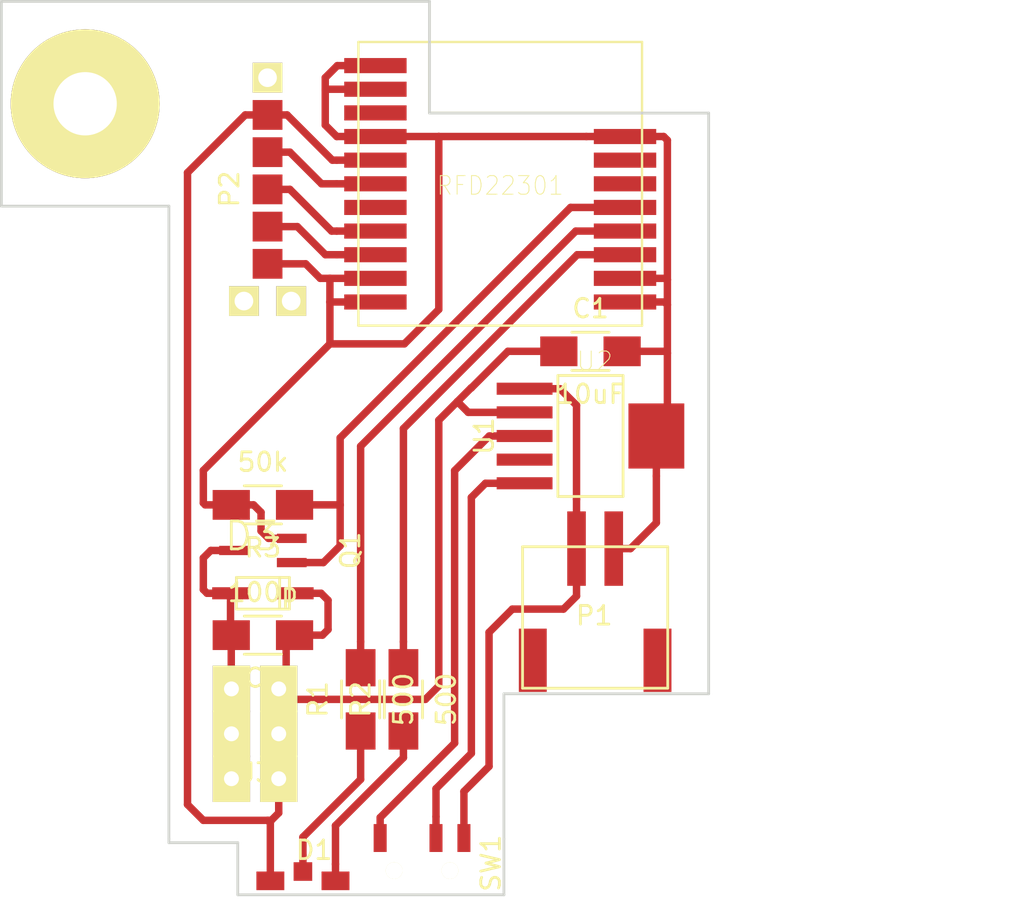
<source format=kicad_pcb>
(kicad_pcb (version 4) (host pcbnew 4.0.1-stable)

  (general
    (links 41)
    (no_connects 1)
    (area 128.474999 99.424999 166.625001 147.575001)
    (thickness 1.6)
    (drawings 29)
    (tracks 156)
    (zones 0)
    (modules 15)
    (nets 19)
  )

  (page A4)
  (layers
    (0 F.Cu signal)
    (31 B.Cu signal)
    (32 B.Adhes user)
    (33 F.Adhes user)
    (34 B.Paste user)
    (35 F.Paste user)
    (36 B.SilkS user)
    (37 F.SilkS user)
    (38 B.Mask user)
    (39 F.Mask user)
    (40 Dwgs.User user)
    (41 Cmts.User user)
    (42 Eco1.User user)
    (43 Eco2.User user)
    (44 Edge.Cuts user)
    (45 Margin user)
    (46 B.CrtYd user)
    (47 F.CrtYd user)
    (48 B.Fab user)
    (49 F.Fab user)
  )

  (setup
    (last_trace_width 0.4)
    (trace_clearance 0.4)
    (zone_clearance 0.508)
    (zone_45_only no)
    (trace_min 0.4)
    (segment_width 0.2)
    (edge_width 0.15)
    (via_size 0.6)
    (via_drill 0.4)
    (via_min_size 0.4)
    (via_min_drill 0.3)
    (uvia_size 0.3)
    (uvia_drill 0.1)
    (uvias_allowed no)
    (uvia_min_size 0.2)
    (uvia_min_drill 0.1)
    (pcb_text_width 0.3)
    (pcb_text_size 1.5 1.5)
    (mod_edge_width 0.15)
    (mod_text_size 1 1)
    (mod_text_width 0.15)
    (pad_size 1.524 1.524)
    (pad_drill 0.762)
    (pad_to_mask_clearance 0.2)
    (aux_axis_origin 128.55 147.5)
    (grid_origin 128.55 147.5)
    (visible_elements 7FFFFF7F)
    (pcbplotparams
      (layerselection 0x01000_00000001)
      (usegerberextensions true)
      (excludeedgelayer true)
      (linewidth 0.100000)
      (plotframeref false)
      (viasonmask true)
      (mode 1)
      (useauxorigin true)
      (hpglpennumber 1)
      (hpglpenspeed 20)
      (hpglpendiameter 15)
      (hpglpenoverlay 2)
      (psnegative false)
      (psa4output false)
      (plotreference false)
      (plotvalue false)
      (plotinvisibletext false)
      (padsonsilk false)
      (subtractmaskfromsilk false)
      (outputformat 1)
      (mirror false)
      (drillshape 0)
      (scaleselection 1)
      (outputdirectory Gerbers/))
  )

  (net 0 "")
  (net 1 VDD)
  (net 2 GND)
  (net 3 "Net-(C3-Pad2)")
  (net 4 motor)
  (net 5 "Net-(R1-Pad2)")
  (net 6 "Net-(R2-Pad2)")
  (net 7 "Net-(SW1-Pad2)")
  (net 8 "Net-(U2-PadP$6)")
  (net 9 "Net-(U2-PadP$7)")
  (net 10 "Net-(U2-PadP$11)")
  (net 11 "Net-(U2-PadP$15)")
  (net 12 "Net-(P2-Pad3)")
  (net 13 "Net-(P2-Pad4)")
  (net 14 "Net-(U1-Pad4)")
  (net 15 "Net-(P1-Pad1)")
  (net 16 "Net-(D1-Pad3)")
  (net 17 "Net-(D1-Pad2)")
  (net 18 "Net-(P2-Pad2)")

  (net_class Default "This is the default net class."
    (clearance 0.4)
    (trace_width 0.4)
    (via_dia 0.6)
    (via_drill 0.4)
    (uvia_dia 0.3)
    (uvia_drill 0.1)
    (add_net GND)
    (add_net "Net-(C3-Pad2)")
    (add_net "Net-(D1-Pad2)")
    (add_net "Net-(D1-Pad3)")
    (add_net "Net-(P1-Pad1)")
    (add_net "Net-(P2-Pad2)")
    (add_net "Net-(P2-Pad3)")
    (add_net "Net-(P2-Pad4)")
    (add_net "Net-(R1-Pad2)")
    (add_net "Net-(R2-Pad2)")
    (add_net "Net-(SW1-Pad2)")
    (add_net "Net-(U1-Pad4)")
    (add_net "Net-(U2-PadP$11)")
    (add_net "Net-(U2-PadP$15)")
    (add_net "Net-(U2-PadP$6)")
    (add_net "Net-(U2-PadP$7)")
    (add_net VDD)
    (add_net motor)
  )

  (module FabLibrary:C_1206_HandSoldering_IainEdit (layer F.Cu) (tedit 54FE01C7) (tstamp 56CB210D)
    (at 160.2 118.3)
    (descr "Capacitor SMD 1206, hand soldering")
    (tags "capacitor 1206")
    (path /56C75880)
    (attr smd)
    (fp_text reference C1 (at 0 -2.3) (layer F.SilkS)
      (effects (font (size 1 1) (thickness 0.15)))
    )
    (fp_text value 10uF (at 0 2.3) (layer F.SilkS)
      (effects (font (size 1 1) (thickness 0.15)))
    )
    (fp_line (start -3.3 -1.15) (end 3.3 -1.15) (layer F.CrtYd) (width 0.05))
    (fp_line (start -3.3 1.15) (end 3.3 1.15) (layer F.CrtYd) (width 0.05))
    (fp_line (start -3.3 -1.15) (end -3.3 1.15) (layer F.CrtYd) (width 0.05))
    (fp_line (start 3.3 -1.15) (end 3.3 1.15) (layer F.CrtYd) (width 0.05))
    (fp_line (start 1 -1.025) (end -1 -1.025) (layer F.SilkS) (width 0.15))
    (fp_line (start -1 1.025) (end 1 1.025) (layer F.SilkS) (width 0.15))
    (pad 1 smd rect (at -1.7 0) (size 2 1.6) (layers F.Cu F.Paste F.Mask)
      (net 1 VDD))
    (pad 2 smd rect (at 1.7 0) (size 2 1.6) (layers F.Cu F.Paste F.Mask)
      (net 2 GND))
    (model Capacitors_SMD/C_1206_HandSoldering.wrl
      (at (xyz 0 0 0))
      (scale (xyz 1 1 1))
      (rotate (xyz 0 0 0))
    )
  )

  (module FabLibrary:C_1206_HandSoldering_IainEdit (layer F.Cu) (tedit 54FE01C7) (tstamp 56CB2119)
    (at 142.6 133.55 180)
    (descr "Capacitor SMD 1206, hand soldering")
    (tags "capacitor 1206")
    (path /56C747A6)
    (attr smd)
    (fp_text reference C3 (at 0 -2.3 180) (layer F.SilkS)
      (effects (font (size 1 1) (thickness 0.15)))
    )
    (fp_text value 100p (at 0 2.3 180) (layer F.SilkS)
      (effects (font (size 1 1) (thickness 0.15)))
    )
    (fp_line (start -3.3 -1.15) (end 3.3 -1.15) (layer F.CrtYd) (width 0.05))
    (fp_line (start -3.3 1.15) (end 3.3 1.15) (layer F.CrtYd) (width 0.05))
    (fp_line (start -3.3 -1.15) (end -3.3 1.15) (layer F.CrtYd) (width 0.05))
    (fp_line (start 3.3 -1.15) (end 3.3 1.15) (layer F.CrtYd) (width 0.05))
    (fp_line (start 1 -1.025) (end -1 -1.025) (layer F.SilkS) (width 0.15))
    (fp_line (start -1 1.025) (end 1 1.025) (layer F.SilkS) (width 0.15))
    (pad 1 smd rect (at -1.7 0 180) (size 2 1.6) (layers F.Cu F.Paste F.Mask)
      (net 1 VDD))
    (pad 2 smd rect (at 1.7 0 180) (size 2 1.6) (layers F.Cu F.Paste F.Mask)
      (net 3 "Net-(C3-Pad2)"))
    (model Capacitors_SMD/C_1206_HandSoldering.wrl
      (at (xyz 0 0 0))
      (scale (xyz 1 1 1))
      (rotate (xyz 0 0 0))
    )
  )

  (module IainPersonalLibrary:SOD-123_a (layer F.Cu) (tedit 56CB154F) (tstamp 56CB212B)
    (at 142.6 131.3 180)
    (path /56CB058B)
    (fp_text reference D3 (at 0.59 3.07 180) (layer F.SilkS)
      (effects (font (size 1.5 1.5) (thickness 0.15)))
    )
    (fp_text value D_Schottky_Small (at 0 -3.58 180) (layer F.Fab) hide
      (effects (font (size 1.5 1.5) (thickness 0.15)))
    )
    (fp_line (start -0.9 -0.85) (end -0.9 0.85) (layer F.SilkS) (width 0.15))
    (fp_line (start 1.425 -0.85) (end 1.425 0.85) (layer F.SilkS) (width 0.15))
    (fp_line (start -1.425 -0.85) (end -1.425 0.85) (layer F.SilkS) (width 0.15))
    (fp_line (start -1.425 0.85) (end 1.425 0.85) (layer F.SilkS) (width 0.15))
    (fp_line (start -1.425 -0.85) (end 1.425 -0.85) (layer F.SilkS) (width 0.15))
    (pad 2 smd rect (at 1.74 0 180) (size 1.97 0.65) (layers F.Cu F.Paste F.Mask)
      (net 3 "Net-(C3-Pad2)"))
    (pad 1 smd rect (at -1.74 0 180) (size 1.97 0.65) (layers F.Cu F.Paste F.Mask)
      (net 1 VDD))
  )

  (module IainPersonalLibrary:MCPH3_SOT-323 (layer F.Cu) (tedit 56C1FBA0) (tstamp 56CB2148)
    (at 142.6 129 90)
    (path /56C747A4)
    (fp_text reference Q1 (at 0 4.7 90) (layer F.SilkS)
      (effects (font (size 1 1) (thickness 0.15)))
    )
    (fp_text value MOSFET_N (at 0 -5.9 90) (layer F.Fab) hide
      (effects (font (size 1 1) (thickness 0.15)))
    )
    (pad D smd rect (at 0 -1.55 90) (size 0.5 1.6) (layers F.Cu F.Paste F.Mask)
      (net 3 "Net-(C3-Pad2)"))
    (pad G smd rect (at -0.65 1.55 90) (size 0.5 1.6) (layers F.Cu F.Paste F.Mask)
      (net 4 motor))
    (pad S smd rect (at 0.65 1.55 90) (size 0.5 1.6) (layers F.Cu F.Paste F.Mask)
      (net 2 GND))
  )

  (module FabLibrary:C_1206_HandSoldering_IainEdit (layer F.Cu) (tedit 54FE01C7) (tstamp 56CB214E)
    (at 147.85 137 90)
    (descr "Capacitor SMD 1206, hand soldering")
    (tags "capacitor 1206")
    (path /56CB0CC9)
    (attr smd)
    (fp_text reference R1 (at 0 -2.3 90) (layer F.SilkS)
      (effects (font (size 1 1) (thickness 0.15)))
    )
    (fp_text value 500 (at 0 2.3 90) (layer F.SilkS)
      (effects (font (size 1 1) (thickness 0.15)))
    )
    (fp_line (start -3.3 -1.15) (end 3.3 -1.15) (layer F.CrtYd) (width 0.05))
    (fp_line (start -3.3 1.15) (end 3.3 1.15) (layer F.CrtYd) (width 0.05))
    (fp_line (start -3.3 -1.15) (end -3.3 1.15) (layer F.CrtYd) (width 0.05))
    (fp_line (start 3.3 -1.15) (end 3.3 1.15) (layer F.CrtYd) (width 0.05))
    (fp_line (start 1 -1.025) (end -1 -1.025) (layer F.SilkS) (width 0.15))
    (fp_line (start -1 1.025) (end 1 1.025) (layer F.SilkS) (width 0.15))
    (pad 1 smd rect (at -1.7 0 90) (size 2 1.6) (layers F.Cu F.Paste F.Mask)
      (net 17 "Net-(D1-Pad2)"))
    (pad 2 smd rect (at 1.7 0 90) (size 2 1.6) (layers F.Cu F.Paste F.Mask)
      (net 5 "Net-(R1-Pad2)"))
    (model Capacitors_SMD/C_1206_HandSoldering.wrl
      (at (xyz 0 0 0))
      (scale (xyz 1 1 1))
      (rotate (xyz 0 0 0))
    )
  )

  (module FabLibrary:C_1206_HandSoldering_IainEdit (layer F.Cu) (tedit 54FE01C7) (tstamp 56CB2154)
    (at 150.15 137 90)
    (descr "Capacitor SMD 1206, hand soldering")
    (tags "capacitor 1206")
    (path /56CB0C84)
    (attr smd)
    (fp_text reference R2 (at 0 -2.3 90) (layer F.SilkS)
      (effects (font (size 1 1) (thickness 0.15)))
    )
    (fp_text value 500 (at 0 2.3 90) (layer F.SilkS)
      (effects (font (size 1 1) (thickness 0.15)))
    )
    (fp_line (start -3.3 -1.15) (end 3.3 -1.15) (layer F.CrtYd) (width 0.05))
    (fp_line (start -3.3 1.15) (end 3.3 1.15) (layer F.CrtYd) (width 0.05))
    (fp_line (start -3.3 -1.15) (end -3.3 1.15) (layer F.CrtYd) (width 0.05))
    (fp_line (start 3.3 -1.15) (end 3.3 1.15) (layer F.CrtYd) (width 0.05))
    (fp_line (start 1 -1.025) (end -1 -1.025) (layer F.SilkS) (width 0.15))
    (fp_line (start -1 1.025) (end 1 1.025) (layer F.SilkS) (width 0.15))
    (pad 1 smd rect (at -1.7 0 90) (size 2 1.6) (layers F.Cu F.Paste F.Mask)
      (net 16 "Net-(D1-Pad3)"))
    (pad 2 smd rect (at 1.7 0 90) (size 2 1.6) (layers F.Cu F.Paste F.Mask)
      (net 6 "Net-(R2-Pad2)"))
    (model Capacitors_SMD/C_1206_HandSoldering.wrl
      (at (xyz 0 0 0))
      (scale (xyz 1 1 1))
      (rotate (xyz 0 0 0))
    )
  )

  (module FabLibrary:C_1206_HandSoldering_IainEdit (layer F.Cu) (tedit 54FE01C7) (tstamp 56CB215A)
    (at 142.6 126.55 180)
    (descr "Capacitor SMD 1206, hand soldering")
    (tags "capacitor 1206")
    (path /56C747A5)
    (attr smd)
    (fp_text reference R3 (at 0 -2.3 180) (layer F.SilkS)
      (effects (font (size 1 1) (thickness 0.15)))
    )
    (fp_text value 50k (at 0 2.3 180) (layer F.SilkS)
      (effects (font (size 1 1) (thickness 0.15)))
    )
    (fp_line (start -3.3 -1.15) (end 3.3 -1.15) (layer F.CrtYd) (width 0.05))
    (fp_line (start -3.3 1.15) (end 3.3 1.15) (layer F.CrtYd) (width 0.05))
    (fp_line (start -3.3 -1.15) (end -3.3 1.15) (layer F.CrtYd) (width 0.05))
    (fp_line (start 3.3 -1.15) (end 3.3 1.15) (layer F.CrtYd) (width 0.05))
    (fp_line (start 1 -1.025) (end -1 -1.025) (layer F.SilkS) (width 0.15))
    (fp_line (start -1 1.025) (end 1 1.025) (layer F.SilkS) (width 0.15))
    (pad 1 smd rect (at -1.7 0 180) (size 2 1.6) (layers F.Cu F.Paste F.Mask)
      (net 4 motor))
    (pad 2 smd rect (at 1.7 0 180) (size 2 1.6) (layers F.Cu F.Paste F.Mask)
      (net 2 GND))
    (model Capacitors_SMD/C_1206_HandSoldering.wrl
      (at (xyz 0 0 0))
      (scale (xyz 1 1 1))
      (rotate (xyz 0 0 0))
    )
  )

  (module IainPersonalLibrary:RFD22301_RFDuino (layer F.Cu) (tedit 56D4A76B) (tstamp 56CB2186)
    (at 155.35 109.3 180)
    (path /56C7608E)
    (solder_mask_margin 0.1)
    (attr smd)
    (fp_text reference U2 (at -5.08 -9.525 180) (layer F.SilkS)
      (effects (font (size 1 1) (thickness 0.05)))
    )
    (fp_text value RFD22301 (at 0 -0.1 180) (layer F.SilkS)
      (effects (font (size 1 0.9) (thickness 0.05)))
    )
    (fp_text user "NO COPPER" (at -1.7526 5.715 180) (layer Cmts.User)
      (effects (font (size 1 1) (thickness 0.15)))
    )
    (fp_line (start -7.62 -7.62) (end 7.62 -7.62) (layer F.SilkS) (width 0.127))
    (fp_line (start 7.62 -7.62) (end 7.62 7.62) (layer F.SilkS) (width 0.127))
    (fp_line (start 7.62 7.62) (end 3.81 7.62) (layer F.SilkS) (width 0.127))
    (fp_line (start 3.81 7.62) (end -7.62 7.62) (layer F.SilkS) (width 0.127))
    (fp_line (start -7.62 7.62) (end -7.62 3.81) (layer F.SilkS) (width 0.127))
    (fp_line (start -7.62 3.81) (end -7.62 -7.62) (layer F.SilkS) (width 0.127))
    (fp_line (start -7.62 3.81) (end 3.81 3.81) (layer F.SilkS) (width 0.127))
    (fp_line (start 3.81 3.81) (end 3.81 7.62) (layer F.SilkS) (width 0.127))
    (pad P$1 smd rect (at -6.7056 -6.35 180) (size 3.3528 0.8128) (layers F.Cu F.Paste F.Mask)
      (net 2 GND) (solder_mask_margin 0.2))
    (pad P$2 smd rect (at -6.7056 -5.08 180) (size 3.3528 0.8128) (layers F.Cu F.Paste F.Mask)
      (net 2 GND) (solder_mask_margin 0.2))
    (pad P$3 smd rect (at -6.7056 -3.81 180) (size 3.3528 0.8128) (layers F.Cu F.Paste F.Mask)
      (net 6 "Net-(R2-Pad2)") (solder_mask_margin 0.2))
    (pad P$4 smd rect (at -6.7056 -2.54 180) (size 3.3528 0.8128) (layers F.Cu F.Paste F.Mask)
      (net 5 "Net-(R1-Pad2)") (solder_mask_margin 0.2))
    (pad P$5 smd rect (at -6.7056 -1.27 180) (size 3.3528 0.8128) (layers F.Cu F.Paste F.Mask)
      (net 4 motor) (solder_mask_margin 0.2))
    (pad P$6 smd rect (at -6.7056 0 180) (size 3.3528 0.8128) (layers F.Cu F.Paste F.Mask)
      (net 8 "Net-(U2-PadP$6)") (solder_mask_margin 0.2))
    (pad P$7 smd rect (at -6.7056 1.27 180) (size 3.3528 0.8128) (layers F.Cu F.Paste F.Mask)
      (net 9 "Net-(U2-PadP$7)") (solder_mask_margin 0.2))
    (pad P$8 smd rect (at -6.7056 2.54 180) (size 3.3528 0.8128) (layers F.Cu F.Paste F.Mask)
      (net 2 GND) (solder_mask_margin 0.2))
    (pad P$9 smd rect (at 6.7056 6.35 180) (size 3.3528 0.8128) (layers F.Cu F.Paste F.Mask)
      (net 2 GND) (solder_mask_margin 0.2))
    (pad P$10 smd rect (at 6.7056 5.08 180) (size 3.3528 0.8128) (layers F.Cu F.Paste F.Mask)
      (net 2 GND) (solder_mask_margin 0.2))
    (pad P$11 smd rect (at 6.7056 3.81 180) (size 3.3528 0.8128) (layers F.Cu F.Paste F.Mask)
      (net 10 "Net-(U2-PadP$11)") (solder_mask_margin 0.2))
    (pad P$12 smd rect (at 6.7056 2.54 180) (size 3.3528 0.8128) (layers F.Cu F.Paste F.Mask)
      (net 2 GND) (solder_mask_margin 0.2))
    (pad P$13 smd rect (at 6.7056 1.27 180) (size 3.3528 0.8128) (layers F.Cu F.Paste F.Mask)
      (net 1 VDD) (solder_mask_margin 0.2))
    (pad P$14 smd rect (at 6.7056 0 180) (size 3.3528 0.8128) (layers F.Cu F.Paste F.Mask)
      (net 18 "Net-(P2-Pad2)") (solder_mask_margin 0.2))
    (pad P$15 smd rect (at 6.7056 -1.27 180) (size 3.3528 0.8128) (layers F.Cu F.Paste F.Mask)
      (net 11 "Net-(U2-PadP$15)") (solder_mask_margin 0.2))
    (pad P$16 smd rect (at 6.7056 -2.54 180) (size 3.3528 0.8128) (layers F.Cu F.Paste F.Mask)
      (net 12 "Net-(P2-Pad3)") (solder_mask_margin 0.2))
    (pad P$17 smd rect (at 6.7056 -3.81 180) (size 3.3528 0.8128) (layers F.Cu F.Paste F.Mask)
      (net 13 "Net-(P2-Pad4)") (solder_mask_margin 0.2))
    (pad P$18 smd rect (at 6.7056 -5.08 180) (size 3.3528 0.8128) (layers F.Cu F.Paste F.Mask)
      (net 2 GND) (solder_mask_margin 0.2))
    (pad P$19 smd rect (at 6.7056 -6.35 180) (size 3.3528 0.8128) (layers F.Cu F.Paste F.Mask)
      (net 2 GND) (solder_mask_margin 0.2))
  )

  (module FabLibrary:M3_mount_hole (layer F.Cu) (tedit 5579CB64) (tstamp 56CB5C81)
    (at 133.05 105)
    (descr "Through hole socket strip")
    (tags "socket strip")
    (fp_text reference REF** (at 0.02794 5.55498) (layer F.SilkS) hide
      (effects (font (size 1 1) (thickness 0.15)))
    )
    (fp_text value MountHole (at -0.05588 -5.34162) (layer F.Fab) hide
      (effects (font (size 1 1) (thickness 0.15)))
    )
    (pad 1 thru_hole circle (at 0 0) (size 8 8) (drill 3.4) (layers *.Cu *.Mask F.SilkS))
    (model Socket_Strips.3dshapes/Socket_Strip_Straight_1x01.wrl
      (at (xyz 0 0 0))
      (scale (xyz 1 1 1))
      (rotate (xyz 0 0 180))
    )
  )

  (module IainPersonalLibrary:RFDuino_programming_header (layer F.Cu) (tedit 56CC96CE) (tstamp 56CB2141)
    (at 142.85 109.6 270)
    (path /56CB0CFA)
    (fp_text reference P2 (at -0.015 2.048 270) (layer F.SilkS)
      (effects (font (size 1 1) (thickness 0.15)))
    )
    (fp_text value CONN_01X05 (at 0 -7.75 270) (layer F.Fab) hide
      (effects (font (size 1 1) (thickness 0.15)))
    )
    (pad "" np_thru_hole rect (at 6 1.27 270) (size 1.6 1.6) (drill 1) (layers *.Cu *.Mask F.SilkS))
    (pad "" np_thru_hole rect (at 6 -1.27 270) (size 1.6 1.6) (drill 1) (layers *.Cu *.Mask F.SilkS))
    (pad 1 smd rect (at -4 0 270) (size 1.6 1.6) (layers F.Cu F.Paste F.Mask)
      (net 1 VDD))
    (pad 2 smd rect (at -2 0 270) (size 1.6 1.6) (layers F.Cu F.Paste F.Mask)
      (net 18 "Net-(P2-Pad2)"))
    (pad 3 smd rect (at 0 0 270) (size 1.6 1.6) (layers F.Cu F.Paste F.Mask)
      (net 12 "Net-(P2-Pad3)"))
    (pad 4 smd rect (at 2 0 270) (size 1.6 1.6) (layers F.Cu F.Paste F.Mask)
      (net 13 "Net-(P2-Pad4)"))
    (pad 5 smd rect (at 4 0 270) (size 1.6 1.6) (layers F.Cu F.Paste F.Mask)
      (net 2 GND))
    (pad "" np_thru_hole rect (at -6 0 270) (size 1.6 1.6) (drill 1) (layers *.Cu *.Mask F.SilkS))
  )

  (module IainPersonalLibrary:S2B_PH_SM4_TB (layer F.Cu) (tedit 56CD99EE) (tstamp 56CB4B38)
    (at 160.45 129.15 180)
    (path /56C7531A)
    (fp_text reference P1 (at 0.05 -3.35 180) (layer F.SilkS)
      (effects (font (size 1 1) (thickness 0.15)))
    )
    (fp_text value JST_PH_01x02 (at -0.05 -10.1 180) (layer F.Fab) hide
      (effects (font (size 1 1) (thickness 0.15)))
    )
    (fp_line (start -3.9 -7.25) (end -3.9 0.35) (layer F.SilkS) (width 0.15))
    (fp_line (start -3.9 0.35) (end 3.9 0.35) (layer F.SilkS) (width 0.15))
    (fp_line (start 3.9 0.35) (end 3.9 -7.25) (layer F.SilkS) (width 0.15))
    (fp_line (start -3.9 -7.25) (end 3.9 -7.25) (layer F.SilkS) (width 0.15))
    (pad x smd rect (at 3.35 -5.75 180) (size 1.5 3.4) (layers F.Cu F.Paste F.Mask))
    (pad 1 smd rect (at 1 0.25 180) (size 1 4) (layers F.Cu F.Paste F.Mask)
      (net 15 "Net-(P1-Pad1)"))
    (pad 2 smd rect (at -1 0.25 180) (size 1 4) (layers F.Cu F.Paste F.Mask)
      (net 2 GND))
    (pad x smd rect (at -3.35 -5.75 180) (size 1.5 3.4) (layers F.Cu F.Paste F.Mask))
  )

  (module IainPersonalLibrary:PrecisionMicrodrives_304_111_Connector_long (layer F.Cu) (tedit 56D4A9F1) (tstamp 56D4AC09)
    (at 143.45 138.85 180)
    (descr "Through hole socket strip")
    (tags "socket strip")
    (path /56C747AC)
    (fp_text reference U3 (at 1.3 -2.1 180) (layer F.SilkS)
      (effects (font (size 1 1) (thickness 0.15)))
    )
    (fp_text value Brushed_DC_motor (at 0 -3.1 180) (layer F.Fab) hide
      (effects (font (size 1 1) (thickness 0.15)))
    )
    (pad 1 thru_hole rect (at 0 2.413 180) (size 2 2.5) (drill 0.8) (layers *.Mask F.Cu F.SilkS)
      (net 1 VDD))
    (pad 2 thru_hole rect (at 2.54 2.413 180) (size 2 2.5) (drill 0.8) (layers *.Mask F.Cu F.SilkS)
      (net 3 "Net-(C3-Pad2)"))
    (pad 2 thru_hole rect (at 2.54 -2.413 180) (size 2 2.5) (drill 0.8) (layers *.Mask F.Cu F.SilkS)
      (net 3 "Net-(C3-Pad2)"))
    (pad 1 thru_hole rect (at 0 -2.413 180) (size 2 2.5) (drill 0.8) (layers *.Mask F.Cu F.SilkS)
      (net 1 VDD))
    (pad 1 thru_hole rect (at 0 0 180) (size 2 2.5) (drill 0.8) (layers *.Mask F.Cu F.SilkS)
      (net 1 VDD))
    (pad 2 thru_hole rect (at 2.54 0 180) (size 2 2.5) (drill 0.8) (layers *.Mask F.Cu F.SilkS)
      (net 3 "Net-(C3-Pad2)"))
  )

  (module IainPersonalLibrary:SOT-223-5 (layer F.Cu) (tedit 56D578D1) (tstamp 56D57FB9)
    (at 160.2 122.85 270)
    (path /56D57D31)
    (fp_text reference U1 (at 0 5.715 270) (layer F.SilkS)
      (effects (font (size 1 1) (thickness 0.15)))
    )
    (fp_text value TPS737 (at 0 -5.969 270) (layer F.Fab)
      (effects (font (size 1 1) (thickness 0.15)))
    )
    (fp_line (start -3.25 -1.75) (end 3.25 -1.75) (layer F.SilkS) (width 0.15))
    (fp_line (start 3.25 -1.75) (end 3.25 1.75) (layer F.SilkS) (width 0.15))
    (fp_line (start 3.25 1.75) (end -3.25 1.75) (layer F.SilkS) (width 0.15))
    (fp_line (start -3.25 1.75) (end -3.25 -1.75) (layer F.SilkS) (width 0.15))
    (pad 3 smd rect (at 0 -3.54 270) (size 3.5 3) (layers F.Cu F.Paste F.Mask)
      (net 2 GND))
    (pad 3 smd rect (at 0 3.54 270) (size 0.65 3) (layers F.Cu F.Paste F.Mask)
      (net 2 GND))
    (pad 2 smd rect (at -1.27 3.54 270) (size 0.65 3) (layers F.Cu F.Paste F.Mask)
      (net 1 VDD))
    (pad 1 smd rect (at -2.54 3.54 270) (size 0.65 3) (layers F.Cu F.Paste F.Mask)
      (net 15 "Net-(P1-Pad1)"))
    (pad 4 smd rect (at 1.27 3.54 270) (size 0.65 3) (layers F.Cu F.Paste F.Mask)
      (net 14 "Net-(U1-Pad4)"))
    (pad 5 smd rect (at 2.54 3.54 270) (size 0.65 3) (layers F.Cu F.Paste F.Mask)
      (net 7 "Net-(SW1-Pad2)"))
  )

  (module IainPersonalLibrary:SlideSwitch_SSSS810701 (layer F.Cu) (tedit 5755AAF5) (tstamp 5755A755)
    (at 151.15 146.2)
    (path /5755A76A)
    (fp_text reference SW1 (at 3.7 -0.4 90) (layer F.SilkS)
      (effects (font (size 1 1) (thickness 0.15)))
    )
    (fp_text value SWITCH_INV (at 0 3.9) (layer F.Fab) hide
      (effects (font (size 1 1) (thickness 0.15)))
    )
    (fp_line (start 1.4 2.8) (end -1.4 2.8) (layer F.CrtYd) (width 0.15))
    (fp_line (start 1.4 1.3) (end 1.4 2.8) (layer F.CrtYd) (width 0.15))
    (fp_line (start -1.4 2.8) (end -1.4 1.3) (layer F.CrtYd) (width 0.15))
    (fp_line (start -3.35 1.3) (end -3.35 -1.3) (layer F.CrtYd) (width 0.15))
    (fp_line (start 3.35 1.3) (end -3.35 1.3) (layer F.CrtYd) (width 0.15))
    (fp_line (start 3.35 -1.3) (end 3.35 1.3) (layer F.CrtYd) (width 0.15))
    (fp_line (start -3.35 -1.3) (end 3.35 -1.3) (layer F.CrtYd) (width 0.15))
    (pad "" np_thru_hole circle (at -1.5 0) (size 0.9 0.9) (drill 0.9) (layers *.Cu *.Mask F.SilkS))
    (pad "" np_thru_hole circle (at 1.5 0) (size 0.9 0.9) (drill 0.9) (layers *.Cu *.Mask F.SilkS))
    (pad 1 smd rect (at -2.25 -1.75) (size 0.7 1.5) (layers F.Cu F.Paste F.Mask)
      (net 2 GND))
    (pad 2 smd rect (at 0.75 -1.75) (size 0.7 1.5) (layers F.Cu F.Paste F.Mask)
      (net 7 "Net-(SW1-Pad2)"))
    (pad 3 smd rect (at 2.25 -1.75) (size 0.7 1.5) (layers F.Cu F.Paste F.Mask)
      (net 15 "Net-(P1-Pad1)"))
  )

  (module IainPersonalLibrary:Bi_LED_SM1204BC-RG (layer F.Cu) (tedit 5755B962) (tstamp 5755BA5C)
    (at 144.75 146.75)
    (path /5755BF9A)
    (fp_text reference D1 (at 0.6 -1.65) (layer F.SilkS)
      (effects (font (size 1 1) (thickness 0.15)))
    )
    (fp_text value BI_LED_common_anode (at 0 -5.05) (layer F.Fab) hide
      (effects (font (size 1 1) (thickness 0.15)))
    )
    (fp_arc (start 0 0.25) (end 1 0.25) (angle 90) (layer F.CrtYd) (width 0.15))
    (fp_arc (start 0 0.25) (end 0 1.25) (angle 90) (layer F.CrtYd) (width 0.15))
    (fp_line (start -1.6 -0.25) (end 1.6 -0.25) (layer F.CrtYd) (width 0.15))
    (fp_line (start 1.6 -0.25) (end 1.6 0.25) (layer F.CrtYd) (width 0.15))
    (fp_line (start 1.6 0.25) (end -1.6 0.25) (layer F.CrtYd) (width 0.15))
    (fp_line (start -1.6 0.25) (end -1.6 -0.25) (layer F.CrtYd) (width 0.15))
    (pad 3 smd rect (at 1.75 0) (size 1.5 1) (layers F.Cu F.Paste F.Mask)
      (net 16 "Net-(D1-Pad3)"))
    (pad 1 smd rect (at -1.75 0) (size 1.5 1) (layers F.Cu F.Paste F.Mask)
      (net 1 VDD))
    (pad 2 smd rect (at 0 -0.5) (size 1 1) (layers F.Cu F.Paste F.Mask)
      (net 17 "Net-(D1-Pad2)"))
  )

  (gr_text "GND internally\nconnected in\nTPS737" (at 175.05 123.9) (layer Eco2.User)
    (effects (font (size 1.5 1.5) (thickness 0.3)))
  )
  (gr_line (start 141.25 147.5) (end 155.55 147.5) (angle 90) (layer Edge.Cuts) (width 0.15))
  (gr_line (start 137.55 144.5) (end 137.55 144.7) (angle 90) (layer Edge.Cuts) (width 0.15))
  (gr_line (start 141.25 144.7) (end 137.55 144.7) (angle 90) (layer Edge.Cuts) (width 0.15))
  (gr_line (start 141.25 147.5) (end 141.25 144.7) (angle 90) (layer Edge.Cuts) (width 0.15))
  (gr_line (start 142.25 146.5) (end 155.55 146.5) (angle 90) (layer Margin) (width 0.2))
  (gr_line (start 142.25 144.7) (end 138.55 144.7) (angle 90) (layer Margin) (width 0.2))
  (gr_line (start 142.25 146.5) (end 142.25 144.7) (angle 90) (layer Margin) (width 0.2))
  (gr_line (start 138.55 143.5) (end 138.55 144.7) (angle 90) (layer Margin) (width 0.2))
  (gr_line (start 155.55 146.5) (end 155.55 143.5) (angle 90) (layer Margin) (width 0.2))
  (gr_line (start 155.55 144.5) (end 155.55 147.5) (angle 90) (layer Edge.Cuts) (width 0.15))
  (gr_line (start 165.55 136.7) (end 165.55 105.5) (angle 90) (layer Margin) (width 0.2))
  (gr_line (start 155.55 136.7) (end 165.55 136.7) (angle 90) (layer Margin) (width 0.2))
  (gr_line (start 155.55 143.5) (end 155.55 136.7) (angle 90) (layer Margin) (width 0.2))
  (gr_line (start 166.55 136.7) (end 166.55 105.5) (angle 90) (layer Edge.Cuts) (width 0.15))
  (gr_line (start 155.55 136.7) (end 166.55 136.7) (angle 90) (layer Edge.Cuts) (width 0.15))
  (gr_line (start 155.55 144.5) (end 155.55 136.7) (angle 90) (layer Edge.Cuts) (width 0.15))
  (gr_line (start 129.55 109.5) (end 129.55 100.5) (angle 90) (layer Margin) (width 0.2))
  (gr_line (start 138.55 109.5) (end 129.55 109.5) (angle 90) (layer Margin) (width 0.2))
  (gr_line (start 138.55 143.5) (end 138.55 109.5) (angle 90) (layer Margin) (width 0.2))
  (gr_line (start 151.55 105.5) (end 165.55 105.5) (angle 90) (layer Margin) (width 0.2))
  (gr_line (start 151.55 100.5) (end 151.55 105.5) (angle 90) (layer Margin) (width 0.2))
  (gr_line (start 129.55 100.5) (end 151.55 100.5) (angle 90) (layer Margin) (width 0.2))
  (gr_line (start 151.55 99.5) (end 128.55 99.5) (angle 90) (layer Edge.Cuts) (width 0.15))
  (gr_line (start 151.55 105.5) (end 151.55 99.5) (angle 90) (layer Edge.Cuts) (width 0.15))
  (gr_line (start 166.55 105.5) (end 151.55 105.5) (angle 90) (layer Edge.Cuts) (width 0.15))
  (gr_line (start 128.55 110.5) (end 128.55 99.5) (angle 90) (layer Edge.Cuts) (width 0.15))
  (gr_line (start 137.55 110.5) (end 128.55 110.5) (angle 90) (layer Edge.Cuts) (width 0.15))
  (gr_line (start 137.55 144.5) (end 137.55 110.5) (angle 90) (layer Edge.Cuts) (width 0.15))

  (segment (start 153.05 121) (end 152.05 122) (width 0.4) (layer F.Cu) (net 1))
  (segment (start 152.05 122) (end 152.05 136.280002) (width 0.4) (layer F.Cu) (net 1))
  (segment (start 152.05 136.280002) (end 151.330002 137) (width 0.4) (layer F.Cu) (net 1))
  (segment (start 151.330002 137) (end 143.85 137) (width 0.4) (layer F.Cu) (net 1))
  (segment (start 143.85 137) (end 143.45 136.6) (width 0.4) (layer F.Cu) (net 1))
  (segment (start 143.45 136.6) (end 143.45 136.437) (width 0.4) (layer F.Cu) (net 1))
  (segment (start 153.785002 120.264998) (end 153.05 121) (width 0.4) (layer F.Cu) (net 1))
  (segment (start 156.66 121.58) (end 153.63 121.58) (width 0.4) (layer F.Cu) (net 1))
  (segment (start 153.63 121.58) (end 153.05 121) (width 0.4) (layer F.Cu) (net 1))
  (segment (start 158.5 118.3) (end 155.764998 118.3) (width 0.4) (layer F.Cu) (net 1))
  (segment (start 155.764998 118.3) (end 153.8 120.264998) (width 0.4) (layer F.Cu) (net 1))
  (segment (start 153.8 120.264998) (end 153.785002 120.264998) (width 0.4) (layer F.Cu) (net 1))
  (segment (start 142.863 143.5) (end 139.4 143.5) (width 0.4) (layer F.Cu) (net 1))
  (segment (start 139.4 143.5) (end 138.55 142.65) (width 0.4) (layer F.Cu) (net 1))
  (segment (start 141.65 105.6) (end 142.85 105.6) (width 0.4) (layer F.Cu) (net 1))
  (segment (start 138.55 142.65) (end 138.55 108.7) (width 0.4) (layer F.Cu) (net 1))
  (segment (start 138.55 108.7) (end 141.65 105.6) (width 0.4) (layer F.Cu) (net 1))
  (segment (start 142.85 105.6) (end 143.9 105.6) (width 0.4) (layer F.Cu) (net 1))
  (segment (start 143.9 105.6) (end 146.33 108.03) (width 0.4) (layer F.Cu) (net 1))
  (segment (start 146.33 108.03) (end 146.568 108.03) (width 0.4) (layer F.Cu) (net 1))
  (segment (start 146.568 108.03) (end 148.6444 108.03) (width 0.4) (layer F.Cu) (net 1))
  (segment (start 143.45 141.263) (end 143.45 143.1) (width 0.4) (layer F.Cu) (net 1))
  (segment (start 143.45 143.1) (end 143.05 143.5) (width 0.4) (layer F.Cu) (net 1))
  (segment (start 143.05 143.5) (end 142.863 143.5) (width 0.4) (layer F.Cu) (net 1))
  (segment (start 142.863 143.5) (end 143 143.637) (width 0.4) (layer F.Cu) (net 1))
  (segment (start 143 143.637) (end 143 146.75) (width 0.4) (layer F.Cu) (net 1))
  (segment (start 144.3 133.55) (end 145.8 133.55) (width 0.4) (layer F.Cu) (net 1))
  (segment (start 145.8 133.55) (end 146.1 133.25) (width 0.4) (layer F.Cu) (net 1))
  (segment (start 146.1 133.25) (end 146.1 131.675) (width 0.4) (layer F.Cu) (net 1))
  (segment (start 146.1 131.675) (end 145.725 131.3) (width 0.4) (layer F.Cu) (net 1))
  (segment (start 145.725 131.3) (end 144.34 131.3) (width 0.4) (layer F.Cu) (net 1))
  (segment (start 144.3 133.55) (end 143.85 134) (width 0.4) (layer F.Cu) (net 1))
  (segment (start 143.85 134) (end 143.85 136.037) (width 0.4) (layer F.Cu) (net 1))
  (segment (start 143.85 136.037) (end 143.45 136.437) (width 0.4) (layer F.Cu) (net 1))
  (segment (start 143.45 138.85) (end 143.45 141.263) (width 0.4) (layer F.Cu) (net 1))
  (segment (start 143.45 136.437) (end 143.45 138.85) (width 0.4) (layer F.Cu) (net 1))
  (segment (start 143.9 135.987) (end 143.45 136.437) (width 0.4) (layer F.Cu) (net 1))
  (segment (start 152.05 106.76) (end 152.05 116.05) (width 0.4) (layer F.Cu) (net 2))
  (segment (start 152.05 116.05) (end 150.2 117.9) (width 0.4) (layer F.Cu) (net 2))
  (segment (start 150.2 117.9) (end 146.2 117.9) (width 0.4) (layer F.Cu) (net 2))
  (segment (start 140.9 126.55) (end 139.5 126.55) (width 0.4) (layer F.Cu) (net 2))
  (segment (start 139.5 126.55) (end 139.400011 126.450011) (width 0.4) (layer F.Cu) (net 2))
  (segment (start 139.400011 124.699989) (end 146.2 117.9) (width 0.4) (layer F.Cu) (net 2))
  (segment (start 139.400011 126.450011) (end 139.400011 124.699989) (width 0.4) (layer F.Cu) (net 2))
  (segment (start 146.2 117.9) (end 146.2 115.65) (width 0.4) (layer F.Cu) (net 2))
  (segment (start 156.66 122.85) (end 154.76 122.85) (width 0.4) (layer F.Cu) (net 2))
  (segment (start 154.76 122.85) (end 152.9 124.71) (width 0.4) (layer F.Cu) (net 2))
  (segment (start 152.9 124.71) (end 152.9 139.35) (width 0.4) (layer F.Cu) (net 2))
  (segment (start 148.9 143.35) (end 148.9 144.45) (width 0.4) (layer F.Cu) (net 2))
  (segment (start 152.9 139.35) (end 148.9 143.35) (width 0.4) (layer F.Cu) (net 2))
  (segment (start 164.332001 118.4) (end 164.232001 118.3) (width 0.4) (layer F.Cu) (net 2))
  (segment (start 164.232001 118.3) (end 161.9 118.3) (width 0.4) (layer F.Cu) (net 2))
  (segment (start 161.45 128.9) (end 162.35 128.9) (width 0.4) (layer F.Cu) (net 2))
  (segment (start 163.74 125) (end 163.74 122.85) (width 0.4) (layer F.Cu) (net 2))
  (segment (start 162.35 128.9) (end 163.74 127.51) (width 0.4) (layer F.Cu) (net 2))
  (segment (start 163.74 127.51) (end 163.74 125) (width 0.4) (layer F.Cu) (net 2))
  (segment (start 164.332001 115.8) (end 164.332001 118.4) (width 0.4) (layer F.Cu) (net 2))
  (segment (start 164.332001 118.4) (end 164.332001 122.367999) (width 0.4) (layer F.Cu) (net 2))
  (segment (start 164.332001 114.45) (end 164.332001 115.8) (width 0.4) (layer F.Cu) (net 2))
  (segment (start 164.332001 115.8) (end 164.182001 115.65) (width 0.4) (layer F.Cu) (net 2))
  (segment (start 164.182001 115.65) (end 162.0556 115.65) (width 0.4) (layer F.Cu) (net 2))
  (segment (start 164.332001 106.960001) (end 164.332001 114.45) (width 0.4) (layer F.Cu) (net 2))
  (segment (start 164.262001 114.38) (end 162.0556 114.38) (width 0.4) (layer F.Cu) (net 2))
  (segment (start 164.332001 114.45) (end 164.262001 114.38) (width 0.4) (layer F.Cu) (net 2))
  (segment (start 162.0556 106.76) (end 164.132 106.76) (width 0.4) (layer F.Cu) (net 2))
  (segment (start 164.132 106.76) (end 164.332001 106.960001) (width 0.4) (layer F.Cu) (net 2))
  (segment (start 164.332001 122.367999) (end 163.85 122.85) (width 0.4) (layer F.Cu) (net 2))
  (segment (start 163.85 122.85) (end 163.74 122.85) (width 0.4) (layer F.Cu) (net 2))
  (segment (start 140.9 126.55) (end 142.1 126.55) (width 0.4) (layer F.Cu) (net 2))
  (segment (start 142.1 126.55) (end 142.5 126.95) (width 0.4) (layer F.Cu) (net 2))
  (segment (start 142.9 128.35) (end 143.9 128.35) (width 0.4) (layer F.Cu) (net 2))
  (segment (start 142.5 126.95) (end 142.5 127.95) (width 0.4) (layer F.Cu) (net 2))
  (segment (start 142.5 127.95) (end 142.9 128.35) (width 0.4) (layer F.Cu) (net 2))
  (segment (start 143.9 128.35) (end 144.15 128.35) (width 0.4) (layer F.Cu) (net 2))
  (segment (start 146.2 114.38) (end 146.2 115.65) (width 0.4) (layer F.Cu) (net 2))
  (segment (start 146.2 115.65) (end 148.6444 115.65) (width 0.4) (layer F.Cu) (net 2))
  (segment (start 159.9792 106.76) (end 152.05 106.76) (width 0.4) (layer F.Cu) (net 2))
  (segment (start 152.05 106.76) (end 148.6444 106.76) (width 0.4) (layer F.Cu) (net 2))
  (segment (start 145.95 104.25) (end 145.95 103.6) (width 0.4) (layer F.Cu) (net 2))
  (segment (start 145.95 106.142) (end 145.95 104.25) (width 0.4) (layer F.Cu) (net 2))
  (segment (start 145.95 104.25) (end 145.98 104.22) (width 0.4) (layer F.Cu) (net 2))
  (segment (start 145.98 104.22) (end 148.6444 104.22) (width 0.4) (layer F.Cu) (net 2))
  (segment (start 148.6444 106.76) (end 146.568 106.76) (width 0.4) (layer F.Cu) (net 2))
  (segment (start 146.568 106.76) (end 145.95 106.142) (width 0.4) (layer F.Cu) (net 2))
  (segment (start 145.95 103.6) (end 146.6 102.95) (width 0.4) (layer F.Cu) (net 2))
  (segment (start 146.6 102.95) (end 148.6444 102.95) (width 0.4) (layer F.Cu) (net 2))
  (segment (start 162.0556 106.76) (end 159.9792 106.76) (width 0.4) (layer F.Cu) (net 2))
  (segment (start 142.85 113.6) (end 144.9 113.6) (width 0.4) (layer F.Cu) (net 2))
  (segment (start 144.9 113.6) (end 145.68 114.38) (width 0.4) (layer F.Cu) (net 2))
  (segment (start 145.68 114.38) (end 146.2 114.38) (width 0.4) (layer F.Cu) (net 2))
  (segment (start 146.2 114.38) (end 148.6444 114.38) (width 0.4) (layer F.Cu) (net 2))
  (segment (start 161.45 127.4) (end 161.45 128.9) (width 0.4) (layer F.Cu) (net 2))
  (segment (start 140.86 131.3) (end 140.86 133.51) (width 0.4) (layer F.Cu) (net 3))
  (segment (start 140.86 133.51) (end 140.9 133.55) (width 0.4) (layer F.Cu) (net 3))
  (segment (start 140.9 133.55) (end 140.9 136.427) (width 0.4) (layer F.Cu) (net 3))
  (segment (start 140.9 136.427) (end 140.91 136.437) (width 0.4) (layer F.Cu) (net 3))
  (segment (start 141.05 129) (end 139.8 129) (width 0.4) (layer F.Cu) (net 3))
  (segment (start 139.8 129) (end 139.4 129.4) (width 0.4) (layer F.Cu) (net 3))
  (segment (start 139.4 129.4) (end 139.4 131.1) (width 0.4) (layer F.Cu) (net 3))
  (segment (start 139.4 131.1) (end 139.6 131.3) (width 0.4) (layer F.Cu) (net 3))
  (segment (start 139.6 131.3) (end 140.86 131.3) (width 0.4) (layer F.Cu) (net 3))
  (segment (start 140.91 138.85) (end 140.91 141.263) (width 0.4) (layer F.Cu) (net 3))
  (segment (start 140.91 136.437) (end 140.91 138.85) (width 0.4) (layer F.Cu) (net 3))
  (segment (start 162.0556 110.57) (end 159.13 110.57) (width 0.4) (layer F.Cu) (net 4))
  (segment (start 159.13 110.57) (end 146.75 122.95) (width 0.4) (layer F.Cu) (net 4))
  (segment (start 146.75 122.95) (end 146.75 126.55) (width 0.4) (layer F.Cu) (net 4))
  (segment (start 146.75 126.55) (end 146.75 128.75) (width 0.4) (layer F.Cu) (net 4))
  (segment (start 146.75 126.55) (end 144.3 126.55) (width 0.4) (layer F.Cu) (net 4))
  (segment (start 146.75 128.75) (end 145.85 129.65) (width 0.4) (layer F.Cu) (net 4))
  (segment (start 145.85 129.65) (end 144.15 129.65) (width 0.4) (layer F.Cu) (net 4))
  (segment (start 144.5 126.55) (end 144.3 126.55) (width 0.4) (layer F.Cu) (net 4))
  (segment (start 162.0556 111.84) (end 159.41 111.84) (width 0.4) (layer F.Cu) (net 5))
  (segment (start 147.85 123.4) (end 147.85 133.9) (width 0.4) (layer F.Cu) (net 5))
  (segment (start 159.41 111.84) (end 147.85 123.4) (width 0.4) (layer F.Cu) (net 5))
  (segment (start 147.85 133.9) (end 147.85 135.3) (width 0.4) (layer F.Cu) (net 5))
  (segment (start 162.0556 113.11) (end 159.49 113.11) (width 0.4) (layer F.Cu) (net 6))
  (segment (start 159.49 113.11) (end 150.15 122.45) (width 0.4) (layer F.Cu) (net 6))
  (segment (start 150.15 122.45) (end 150.15 133.9) (width 0.4) (layer F.Cu) (net 6))
  (segment (start 150.15 133.9) (end 150.15 135.3) (width 0.4) (layer F.Cu) (net 6))
  (segment (start 156.66 125.39) (end 154.56 125.39) (width 0.4) (layer F.Cu) (net 7))
  (segment (start 154.56 125.39) (end 153.8 126.15) (width 0.4) (layer F.Cu) (net 7))
  (segment (start 153.8 126.15) (end 153.8 139.9) (width 0.4) (layer F.Cu) (net 7))
  (segment (start 153.8 139.9) (end 151.9 141.8) (width 0.4) (layer F.Cu) (net 7))
  (segment (start 151.9 141.8) (end 151.9 143.3) (width 0.4) (layer F.Cu) (net 7))
  (segment (start 151.9 143.3) (end 151.9 144.45) (width 0.4) (layer F.Cu) (net 7))
  (segment (start 142.85 109.6) (end 144.05 109.6) (width 0.4) (layer F.Cu) (net 12))
  (segment (start 144.05 109.6) (end 146.29 111.84) (width 0.4) (layer F.Cu) (net 12))
  (segment (start 146.29 111.84) (end 146.568 111.84) (width 0.4) (layer F.Cu) (net 12))
  (segment (start 146.568 111.84) (end 148.6444 111.84) (width 0.4) (layer F.Cu) (net 12))
  (segment (start 142.85 111.6) (end 144.45 111.6) (width 0.4) (layer F.Cu) (net 13))
  (segment (start 146.568 113.11) (end 148.6444 113.11) (width 0.4) (layer F.Cu) (net 13))
  (segment (start 144.45 111.6) (end 145.96 113.11) (width 0.4) (layer F.Cu) (net 13))
  (segment (start 145.96 113.11) (end 146.568 113.11) (width 0.4) (layer F.Cu) (net 13))
  (segment (start 159.45 128.9) (end 159.45 131.45) (width 0.4) (layer F.Cu) (net 15))
  (segment (start 156 132.15) (end 154.75 133.4) (width 0.4) (layer F.Cu) (net 15))
  (segment (start 159.45 131.45) (end 158.75 132.15) (width 0.4) (layer F.Cu) (net 15))
  (segment (start 153.4 141.95) (end 153.4 144.45) (width 0.4) (layer F.Cu) (net 15))
  (segment (start 158.75 132.15) (end 156 132.15) (width 0.4) (layer F.Cu) (net 15))
  (segment (start 154.75 133.4) (end 154.75 140.6) (width 0.4) (layer F.Cu) (net 15))
  (segment (start 154.75 140.6) (end 153.4 141.95) (width 0.4) (layer F.Cu) (net 15))
  (segment (start 159.45 126.25) (end 159.45 121.2) (width 0.4) (layer F.Cu) (net 15))
  (segment (start 159.45 121.2) (end 158.56 120.31) (width 0.4) (layer F.Cu) (net 15))
  (segment (start 158.56 120.31) (end 156.66 120.31) (width 0.4) (layer F.Cu) (net 15))
  (segment (start 159.45 126.25) (end 159.45 128.9) (width 0.4) (layer F.Cu) (net 15))
  (segment (start 146.5 145.85) (end 146.5 146.75) (width 0.4) (layer F.Cu) (net 16))
  (segment (start 146.5 143.781386) (end 146.5 145.85) (width 0.4) (layer F.Cu) (net 16))
  (segment (start 150.15 140.131386) (end 146.5 143.781386) (width 0.4) (layer F.Cu) (net 16))
  (segment (start 150.15 138.7) (end 150.15 140.131386) (width 0.4) (layer F.Cu) (net 16))
  (segment (start 144.75 144.4) (end 144.75 145.35) (width 0.4) (layer F.Cu) (net 17))
  (segment (start 147.85 138.7) (end 147.85 141.3) (width 0.4) (layer F.Cu) (net 17))
  (segment (start 147.85 141.3) (end 144.75 144.4) (width 0.4) (layer F.Cu) (net 17))
  (segment (start 144.75 145.35) (end 144.75 146.25) (width 0.4) (layer F.Cu) (net 17))
  (segment (start 142.85 107.6) (end 144.05 107.6) (width 0.4) (layer F.Cu) (net 18))
  (segment (start 144.05 107.6) (end 145.75 109.3) (width 0.4) (layer F.Cu) (net 18))
  (segment (start 145.75 109.3) (end 146.568 109.3) (width 0.4) (layer F.Cu) (net 18))
  (segment (start 146.568 109.3) (end 148.6444 109.3) (width 0.4) (layer F.Cu) (net 18))

)

</source>
